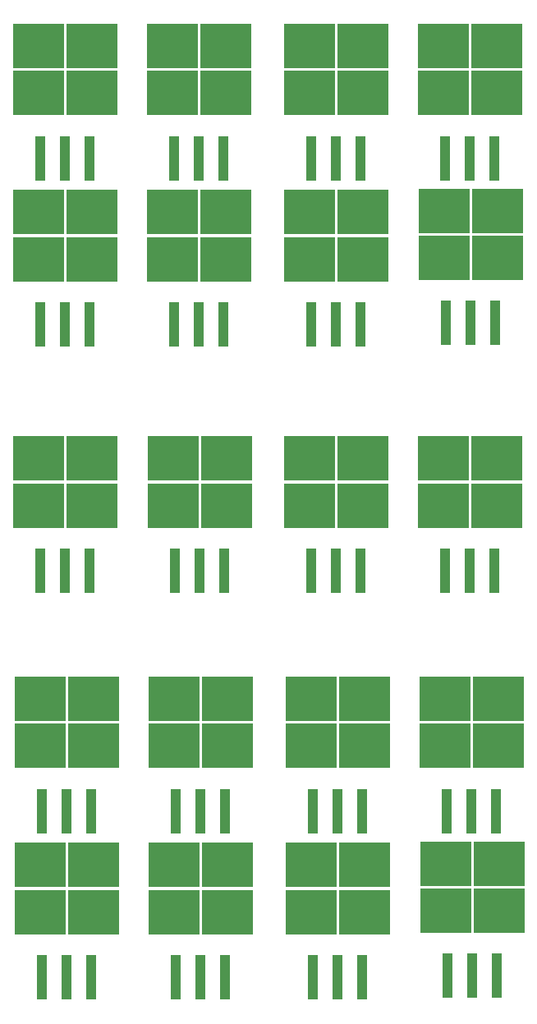
<source format=gtp>
G04 #@! TF.GenerationSoftware,KiCad,Pcbnew,(6.0.0)*
G04 #@! TF.CreationDate,2022-08-19T13:46:40+02:00*
G04 #@! TF.ProjectId,bottom,626f7474-6f6d-42e6-9b69-6361645f7063,rev?*
G04 #@! TF.SameCoordinates,Original*
G04 #@! TF.FileFunction,Paste,Top*
G04 #@! TF.FilePolarity,Positive*
%FSLAX46Y46*%
G04 Gerber Fmt 4.6, Leading zero omitted, Abs format (unit mm)*
G04 Created by KiCad (PCBNEW (6.0.0)) date 2022-08-19 13:46:40*
%MOMM*%
%LPD*%
G01*
G04 APERTURE LIST*
%ADD10R,5.250000X4.550000*%
%ADD11R,1.100000X4.600000*%
G04 APERTURE END LIST*
D10*
X125895000Y-120650000D03*
X120345000Y-120650000D03*
X125895000Y-125500000D03*
X120345000Y-125500000D03*
D11*
X120580000Y-132225000D03*
X123120000Y-132225000D03*
X125660000Y-132225000D03*
D10*
X148285000Y-142645000D03*
X153835000Y-137795000D03*
X153835000Y-142645000D03*
X148285000Y-137795000D03*
D11*
X148520000Y-149370000D03*
X151060000Y-149370000D03*
X153600000Y-149370000D03*
D10*
X167555000Y-70335000D03*
X162005000Y-75185000D03*
X167555000Y-75185000D03*
X162005000Y-70335000D03*
D11*
X162240000Y-81910000D03*
X164780000Y-81910000D03*
X167320000Y-81910000D03*
D10*
X133985000Y-70485000D03*
X139535000Y-70485000D03*
X133985000Y-75335000D03*
X139535000Y-75335000D03*
D11*
X134220000Y-82060000D03*
X136760000Y-82060000D03*
X139300000Y-82060000D03*
D10*
X120180000Y-53340000D03*
X120180000Y-58190000D03*
X125730000Y-58190000D03*
X125730000Y-53340000D03*
D11*
X120415000Y-64915000D03*
X122955000Y-64915000D03*
X125495000Y-64915000D03*
D10*
X161925000Y-95885000D03*
X167475000Y-95885000D03*
X161925000Y-100735000D03*
X167475000Y-100735000D03*
D11*
X162160000Y-107460000D03*
X164700000Y-107460000D03*
X167240000Y-107460000D03*
D10*
X133985000Y-53340000D03*
X139535000Y-58190000D03*
X133985000Y-58190000D03*
X139535000Y-53340000D03*
D11*
X134220000Y-64915000D03*
X136760000Y-64915000D03*
X139300000Y-64915000D03*
D10*
X120180000Y-95885000D03*
X125730000Y-95885000D03*
X125730000Y-100735000D03*
X120180000Y-100735000D03*
D11*
X120415000Y-107460000D03*
X122955000Y-107460000D03*
X125495000Y-107460000D03*
D10*
X134150000Y-120650000D03*
X139700000Y-125500000D03*
X139700000Y-120650000D03*
X134150000Y-125500000D03*
D11*
X134385000Y-132225000D03*
X136925000Y-132225000D03*
X139465000Y-132225000D03*
D10*
X148120000Y-95885000D03*
X148120000Y-100735000D03*
X153670000Y-95885000D03*
X153670000Y-100735000D03*
D11*
X148355000Y-107460000D03*
X150895000Y-107460000D03*
X153435000Y-107460000D03*
D10*
X120180000Y-75335000D03*
X125730000Y-75335000D03*
X125730000Y-70485000D03*
X120180000Y-70485000D03*
D11*
X120415000Y-82060000D03*
X122955000Y-82060000D03*
X125495000Y-82060000D03*
D10*
X125895000Y-142645000D03*
X120345000Y-142645000D03*
X125895000Y-137795000D03*
X120345000Y-137795000D03*
D11*
X120580000Y-149370000D03*
X123120000Y-149370000D03*
X125660000Y-149370000D03*
D10*
X162090000Y-120650000D03*
X167640000Y-120650000D03*
X167640000Y-125500000D03*
X162090000Y-125500000D03*
D11*
X162325000Y-132225000D03*
X164865000Y-132225000D03*
X167405000Y-132225000D03*
D10*
X161925000Y-58190000D03*
X161925000Y-53340000D03*
X167475000Y-53340000D03*
X167475000Y-58190000D03*
D11*
X162160000Y-64915000D03*
X164700000Y-64915000D03*
X167240000Y-64915000D03*
D10*
X134150000Y-142645000D03*
X139700000Y-137795000D03*
X139700000Y-142645000D03*
X134150000Y-137795000D03*
D11*
X134385000Y-149370000D03*
X136925000Y-149370000D03*
X139465000Y-149370000D03*
D10*
X139620000Y-100735000D03*
X139620000Y-95885000D03*
X134070000Y-95885000D03*
X134070000Y-100735000D03*
D11*
X134305000Y-107460000D03*
X136845000Y-107460000D03*
X139385000Y-107460000D03*
D10*
X153835000Y-120650000D03*
X148285000Y-125500000D03*
X153835000Y-125500000D03*
X148285000Y-120650000D03*
D11*
X148520000Y-132225000D03*
X151060000Y-132225000D03*
X153600000Y-132225000D03*
D10*
X153670000Y-70485000D03*
X153670000Y-75335000D03*
X148120000Y-70485000D03*
X148120000Y-75335000D03*
D11*
X148355000Y-82060000D03*
X150895000Y-82060000D03*
X153435000Y-82060000D03*
D10*
X153670000Y-53340000D03*
X148120000Y-58190000D03*
X148120000Y-53340000D03*
X153670000Y-58190000D03*
D11*
X148355000Y-64915000D03*
X150895000Y-64915000D03*
X153435000Y-64915000D03*
D10*
X167720000Y-137645000D03*
X162170000Y-142495000D03*
X167720000Y-142495000D03*
X162170000Y-137645000D03*
D11*
X162405000Y-149220000D03*
X164945000Y-149220000D03*
X167485000Y-149220000D03*
M02*

</source>
